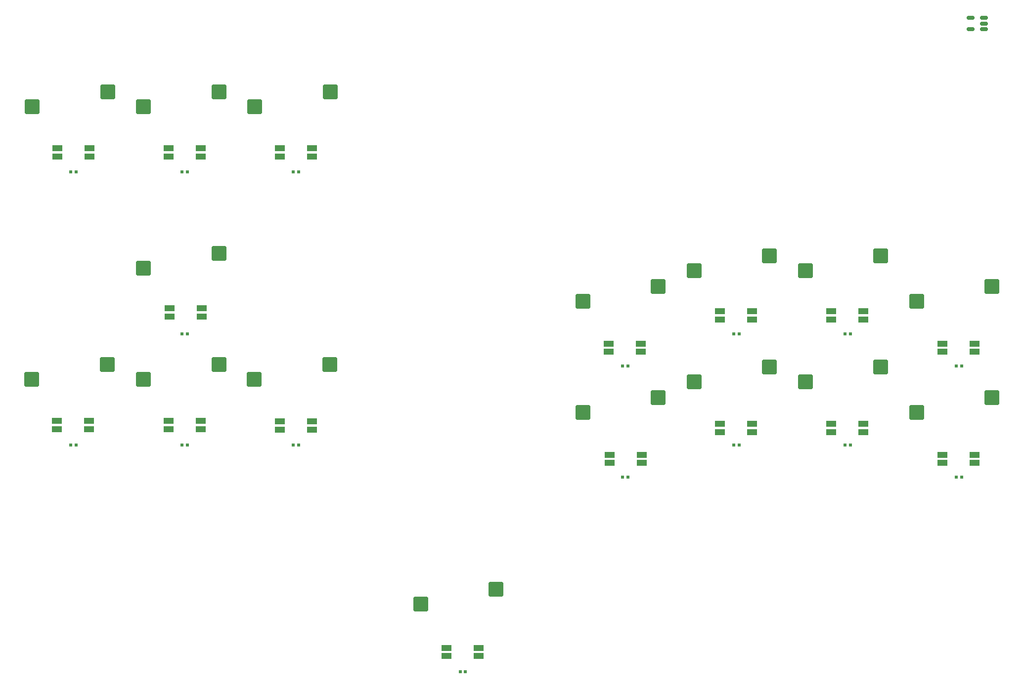
<source format=gbr>
%TF.GenerationSoftware,KiCad,Pcbnew,7.0.5*%
%TF.CreationDate,2023-06-07T11:30:10+08:00*%
%TF.ProjectId,JosEffigy-All-Keyboard-Mixbox,4a6f7345-6666-4696-9779-2d416c6c2d4b,rev?*%
%TF.SameCoordinates,Original*%
%TF.FileFunction,Paste,Bot*%
%TF.FilePolarity,Positive*%
%FSLAX46Y46*%
G04 Gerber Fmt 4.6, Leading zero omitted, Abs format (unit mm)*
G04 Created by KiCad (PCBNEW 7.0.5) date 2023-06-07 11:30:10*
%MOMM*%
%LPD*%
G01*
G04 APERTURE LIST*
G04 Aperture macros list*
%AMRoundRect*
0 Rectangle with rounded corners*
0 $1 Rounding radius*
0 $2 $3 $4 $5 $6 $7 $8 $9 X,Y pos of 4 corners*
0 Add a 4 corners polygon primitive as box body*
4,1,4,$2,$3,$4,$5,$6,$7,$8,$9,$2,$3,0*
0 Add four circle primitives for the rounded corners*
1,1,$1+$1,$2,$3*
1,1,$1+$1,$4,$5*
1,1,$1+$1,$6,$7*
1,1,$1+$1,$8,$9*
0 Add four rect primitives between the rounded corners*
20,1,$1+$1,$2,$3,$4,$5,0*
20,1,$1+$1,$4,$5,$6,$7,0*
20,1,$1+$1,$6,$7,$8,$9,0*
20,1,$1+$1,$8,$9,$2,$3,0*%
G04 Aperture macros list end*
%ADD10RoundRect,0.250000X-1.025000X-1.000000X1.025000X-1.000000X1.025000X1.000000X-1.025000X1.000000X0*%
%ADD11R,0.510000X0.600000*%
%ADD12R,1.700000X1.000000*%
%ADD13RoundRect,0.150000X0.512500X0.150000X-0.512500X0.150000X-0.512500X-0.150000X0.512500X-0.150000X0*%
G04 APERTURE END LIST*
D10*
%TO.C,MX3*%
X95256700Y-105415400D03*
X108183700Y-102875400D03*
%TD*%
%TO.C,MX6*%
X76258700Y-58737500D03*
X89185700Y-56197500D03*
%TD*%
%TO.C,MX1*%
X57156800Y-105415400D03*
X70083800Y-102875400D03*
%TD*%
%TO.C,MX16*%
X208656200Y-92075000D03*
X221583200Y-89535000D03*
%TD*%
%TO.C,MX2*%
X76258800Y-105410000D03*
X89185800Y-102870000D03*
%TD*%
%TO.C,MX7*%
X95308700Y-58737500D03*
X108235700Y-56197500D03*
%TD*%
%TO.C,MX5*%
X57208700Y-58737500D03*
X70135700Y-56197500D03*
%TD*%
%TO.C,MX4*%
X76258800Y-86360000D03*
X89185800Y-83820000D03*
%TD*%
%TO.C,MX12*%
X208656200Y-111125000D03*
X221583200Y-108585000D03*
%TD*%
%TO.C,MX10*%
X170556200Y-105886200D03*
X183483200Y-103346200D03*
%TD*%
%TO.C,MX8*%
X123725000Y-143986200D03*
X136652000Y-141446200D03*
%TD*%
%TO.C,MX14*%
X170556200Y-86836200D03*
X183483200Y-84296200D03*
%TD*%
%TO.C,MX11*%
X189606200Y-105886200D03*
X202533200Y-103346200D03*
%TD*%
%TO.C,MX13*%
X151506200Y-92075000D03*
X164433200Y-89535000D03*
%TD*%
%TO.C,MX15*%
X189606200Y-86836200D03*
X202533200Y-84296200D03*
%TD*%
%TO.C,MX9*%
X151506200Y-111125000D03*
X164433200Y-108585000D03*
%TD*%
D11*
%TO.C,C13*%
X159195000Y-103187500D03*
X158305000Y-103187500D03*
%TD*%
%TO.C,C11*%
X197295000Y-116681200D03*
X196405000Y-116681200D03*
%TD*%
D12*
%TO.C,D12*%
X218549900Y-119764000D03*
X218549900Y-118364000D03*
X213049900Y-118364000D03*
X213049900Y-119764000D03*
%TD*%
%TO.C,D7*%
X99643800Y-65848000D03*
X99643800Y-67248000D03*
X105143800Y-67248000D03*
X105143800Y-65848000D03*
%TD*%
D11*
%TO.C,C9*%
X159195000Y-122237500D03*
X158305000Y-122237500D03*
%TD*%
D12*
%TO.C,D6*%
X80593800Y-65848000D03*
X80593800Y-67248000D03*
X86093800Y-67248000D03*
X86093800Y-65848000D03*
%TD*%
%TO.C,D5*%
X61543800Y-65848000D03*
X61543800Y-67248000D03*
X67043800Y-67248000D03*
X67043800Y-65848000D03*
%TD*%
D11*
%TO.C,C4*%
X64738800Y-116681200D03*
X63848800Y-116681200D03*
%TD*%
D12*
%TO.C,D9*%
X161562400Y-119764000D03*
X161562400Y-118364000D03*
X156062400Y-118364000D03*
X156062400Y-119764000D03*
%TD*%
D11*
%TO.C,C14*%
X178245000Y-97631200D03*
X177355000Y-97631200D03*
%TD*%
%TO.C,C5*%
X83788800Y-116681200D03*
X82898800Y-116681200D03*
%TD*%
D12*
%TO.C,D13*%
X155899900Y-99314000D03*
X155899900Y-100714000D03*
X161399900Y-100714000D03*
X161399900Y-99314000D03*
%TD*%
D11*
%TO.C,C12*%
X216345000Y-122237500D03*
X215455000Y-122237500D03*
%TD*%
D12*
%TO.C,D11*%
X199499900Y-114492000D03*
X199499900Y-113092000D03*
X193999900Y-113092000D03*
X193999900Y-114492000D03*
%TD*%
%TO.C,D10*%
X180449900Y-114492000D03*
X180449900Y-113092000D03*
X174949900Y-113092000D03*
X174949900Y-114492000D03*
%TD*%
%TO.C,D16*%
X213049900Y-99314000D03*
X213049900Y-100714000D03*
X218549900Y-100714000D03*
X218549900Y-99314000D03*
%TD*%
%TO.C,D8*%
X133635700Y-152863400D03*
X133635700Y-151463400D03*
X128135700Y-151463400D03*
X128135700Y-152863400D03*
%TD*%
D11*
%TO.C,C3*%
X64738800Y-69850000D03*
X63848800Y-69850000D03*
%TD*%
%TO.C,C7*%
X131413800Y-155575000D03*
X130523800Y-155575000D03*
%TD*%
D12*
%TO.C,D4*%
X86214800Y-94665700D03*
X86214800Y-93265700D03*
X80714800Y-93265700D03*
X80714800Y-94665700D03*
%TD*%
%TO.C,D3*%
X105143800Y-114065000D03*
X105143800Y-112665000D03*
X99643800Y-112665000D03*
X99643800Y-114065000D03*
%TD*%
%TO.C,D15*%
X193999900Y-93788000D03*
X193999900Y-95188000D03*
X199499900Y-95188000D03*
X199499900Y-93788000D03*
%TD*%
%TO.C,D1*%
X66910800Y-113969800D03*
X66910800Y-112569800D03*
X61410800Y-112569800D03*
X61410800Y-113969800D03*
%TD*%
D11*
%TO.C,C6*%
X102838800Y-116681200D03*
X101948800Y-116681200D03*
%TD*%
%TO.C,C2*%
X83788800Y-69850000D03*
X82898800Y-69850000D03*
%TD*%
D12*
%TO.C,D14*%
X174949900Y-93788000D03*
X174949900Y-95188000D03*
X180449900Y-95188000D03*
X180449900Y-93788000D03*
%TD*%
D11*
%TO.C,C10*%
X178245000Y-116681200D03*
X177355000Y-116681200D03*
%TD*%
D13*
%TO.C,U2*%
X220212500Y-43500000D03*
X220212500Y-44450000D03*
X220212500Y-45400000D03*
X217937500Y-45400000D03*
X217937500Y-43500000D03*
%TD*%
D12*
%TO.C,D2*%
X86093800Y-113969800D03*
X86093800Y-112569800D03*
X80593800Y-112569800D03*
X80593800Y-113969800D03*
%TD*%
D11*
%TO.C,C1*%
X102838800Y-69850000D03*
X101948800Y-69850000D03*
%TD*%
%TO.C,C15*%
X197295000Y-97631200D03*
X196405000Y-97631200D03*
%TD*%
%TO.C,C8*%
X83788800Y-97631200D03*
X82898800Y-97631200D03*
%TD*%
%TO.C,C16*%
X216345000Y-103187500D03*
X215455000Y-103187500D03*
%TD*%
M02*

</source>
